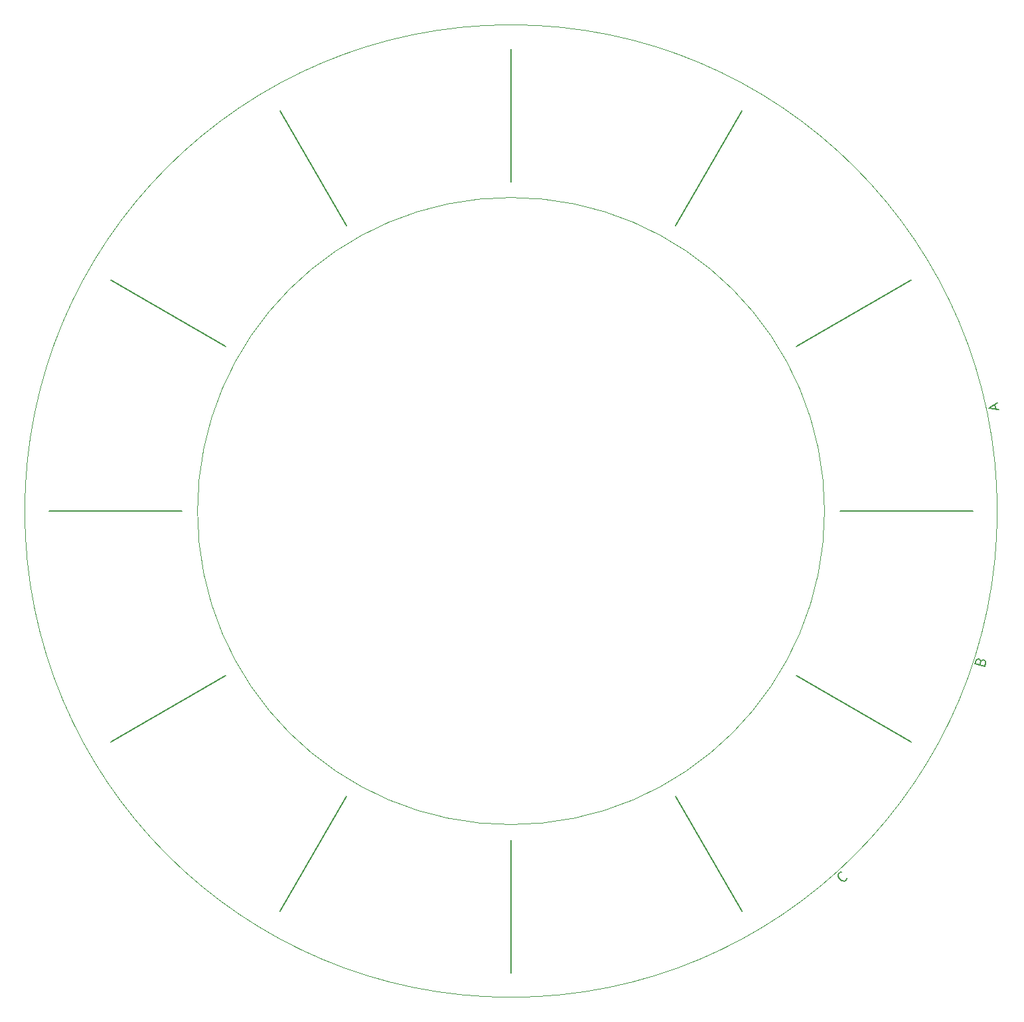
<source format=gbr>
%TF.GenerationSoftware,KiCad,Pcbnew,7.99.0-3356-g00904e8e23*%
%TF.CreationDate,2023-10-26T14:27:13+05:30*%
%TF.ProjectId,kimotor-project,6b696d6f-746f-4722-9d70-726f6a656374,rev?*%
%TF.SameCoordinates,Original*%
%TF.FileFunction,Legend,Top*%
%TF.FilePolarity,Positive*%
%FSLAX46Y46*%
G04 Gerber Fmt 4.6, Leading zero omitted, Abs format (unit mm)*
G04 Created by KiCad (PCBNEW 7.99.0-3356-g00904e8e23) date 2023-10-26 14:27:13*
%MOMM*%
%LPD*%
G01*
G04 APERTURE LIST*
%ADD10C,0.127000*%
%ADD11C,0.100000*%
%ADD12C,0.158750*%
G04 APERTURE END LIST*
D10*
X36373066Y21000000D02*
X51036868Y29466150D01*
D11*
X62034000Y0D02*
G75*
G02*
X62034000Y0I-62034000J0D01*
G01*
D10*
X21000000Y-36373066D02*
X29466150Y-51036868D01*
X-21000000Y36373066D02*
X-29466150Y51036868D01*
X-42000000Y0D02*
X-58932300Y0D01*
X42000000Y0D02*
X58932300Y0D01*
X0Y42000000D02*
X0Y58932300D01*
X20999999Y36373066D02*
X29466149Y51036868D01*
X-36373066Y20999999D02*
X-51036868Y29466149D01*
X-36373066Y-21000000D02*
X-51036868Y-29466150D01*
D11*
X40000000Y0D02*
G75*
G02*
X40000000Y0I-40000000J0D01*
G01*
D10*
X-20999999Y-36373066D02*
X-29466149Y-51036868D01*
X-42000000Y0D02*
X-58932300Y0D01*
X36373066Y-20999999D02*
X51036868Y-29466149D01*
X-21000000Y36373066D02*
X-29466150Y51036868D01*
X0Y-42000000D02*
X0Y-58932300D01*
D11*
X40000000Y0D02*
G75*
G02*
X40000000Y0I-40000000J0D01*
G01*
D10*
X21000000Y-36373066D02*
X29466150Y-51036868D01*
X-20999999Y-36373066D02*
X-29466149Y-51036868D01*
X0Y42000000D02*
X0Y58932300D01*
X-36373066Y-21000000D02*
X-51036868Y-29466150D01*
X-36373066Y20999999D02*
X-51036868Y29466149D01*
X20999999Y36373066D02*
X29466149Y51036868D01*
D11*
X62034000Y0D02*
G75*
G02*
X62034000Y0I-62034000J0D01*
G01*
D10*
X36373066Y21000000D02*
X51036868Y29466150D01*
X42000000Y0D02*
X58932300Y0D01*
X0Y-42000000D02*
X0Y-58932300D01*
X36373066Y-20999999D02*
X51036868Y-29466149D01*
D12*
X59908341Y-19213907D02*
X60021559Y-19059779D01*
X60021559Y-19059779D02*
X60097671Y-19020771D01*
X60097671Y-19020771D02*
X60231344Y-19000315D01*
X60231344Y-19000315D02*
X60404025Y-19055973D01*
X60404025Y-19055973D02*
X60500593Y-19150638D01*
X60500593Y-19150638D02*
X60539601Y-19226750D01*
X60539601Y-19226750D02*
X60560056Y-19360423D01*
X60560056Y-19360423D02*
X60411637Y-19820905D01*
X60411637Y-19820905D02*
X59202872Y-19431305D01*
X59202872Y-19431305D02*
X59332739Y-19028383D01*
X59332739Y-19028383D02*
X59427404Y-18931815D01*
X59427404Y-18931815D02*
X59503517Y-18892807D01*
X59503517Y-18892807D02*
X59637189Y-18872352D01*
X59637189Y-18872352D02*
X59752310Y-18909457D01*
X59752310Y-18909457D02*
X59848878Y-19004122D01*
X59848878Y-19004122D02*
X59887886Y-19080234D01*
X59887886Y-19080234D02*
X59908341Y-19213907D01*
X59908341Y-19213907D02*
X59778475Y-19616828D01*
X59908341Y-19213907D02*
X60021559Y-19059779D01*
X60021559Y-19059779D02*
X60097671Y-19020771D01*
X60097671Y-19020771D02*
X60231344Y-19000315D01*
X60231344Y-19000315D02*
X60404025Y-19055973D01*
X60404025Y-19055973D02*
X60500593Y-19150638D01*
X60500593Y-19150638D02*
X60539601Y-19226750D01*
X60539601Y-19226750D02*
X60560056Y-19360423D01*
X60560056Y-19360423D02*
X60411637Y-19820905D01*
X60411637Y-19820905D02*
X59202872Y-19431305D01*
X59202872Y-19431305D02*
X59332739Y-19028383D01*
X59332739Y-19028383D02*
X59427404Y-18931815D01*
X59427404Y-18931815D02*
X59503517Y-18892807D01*
X59503517Y-18892807D02*
X59637189Y-18872352D01*
X59637189Y-18872352D02*
X59752310Y-18909457D01*
X59752310Y-18909457D02*
X59848878Y-19004122D01*
X59848878Y-19004122D02*
X59887886Y-19080234D01*
X59887886Y-19080234D02*
X59908341Y-19213907D01*
X59908341Y-19213907D02*
X59778475Y-19616828D01*
X61867360Y12993694D02*
X61740227Y13584942D01*
X62247535Y12951724D02*
X60916921Y13098619D01*
X60916921Y13098619D02*
X62069549Y13779471D01*
X42864578Y-46794663D02*
X42860303Y-46880083D01*
X42860303Y-46880083D02*
X42766335Y-47046647D01*
X42766335Y-47046647D02*
X42676641Y-47127792D01*
X42676641Y-47127792D02*
X42501528Y-47204662D01*
X42501528Y-47204662D02*
X42330689Y-47196113D01*
X42330689Y-47196113D02*
X42204697Y-47146992D01*
X42204697Y-47146992D02*
X41997560Y-47008176D01*
X41997560Y-47008176D02*
X41875843Y-46873635D01*
X41875843Y-46873635D02*
X41758401Y-46653675D01*
X41758401Y-46653675D02*
X41722103Y-46523409D01*
X41722103Y-46523409D02*
X41730652Y-46352570D01*
X41730652Y-46352570D02*
X41824620Y-46186006D01*
X41824620Y-46186006D02*
X41914314Y-46104861D01*
X41914314Y-46104861D02*
X42089427Y-46027991D01*
X42089427Y-46027991D02*
X42174847Y-46032265D01*
X61867360Y12993694D02*
X61740227Y13584942D01*
X62247535Y12951724D02*
X60916921Y13098619D01*
X60916921Y13098619D02*
X62069549Y13779471D01*
X42864578Y-46794663D02*
X42860303Y-46880083D01*
X42860303Y-46880083D02*
X42766335Y-47046647D01*
X42766335Y-47046647D02*
X42676641Y-47127792D01*
X42676641Y-47127792D02*
X42501528Y-47204662D01*
X42501528Y-47204662D02*
X42330689Y-47196113D01*
X42330689Y-47196113D02*
X42204697Y-47146992D01*
X42204697Y-47146992D02*
X41997560Y-47008176D01*
X41997560Y-47008176D02*
X41875843Y-46873635D01*
X41875843Y-46873635D02*
X41758401Y-46653675D01*
X41758401Y-46653675D02*
X41722103Y-46523409D01*
X41722103Y-46523409D02*
X41730652Y-46352570D01*
X41730652Y-46352570D02*
X41824620Y-46186006D01*
X41824620Y-46186006D02*
X41914314Y-46104861D01*
X41914314Y-46104861D02*
X42089427Y-46027991D01*
X42089427Y-46027991D02*
X42174847Y-46032265D01*
M02*

</source>
